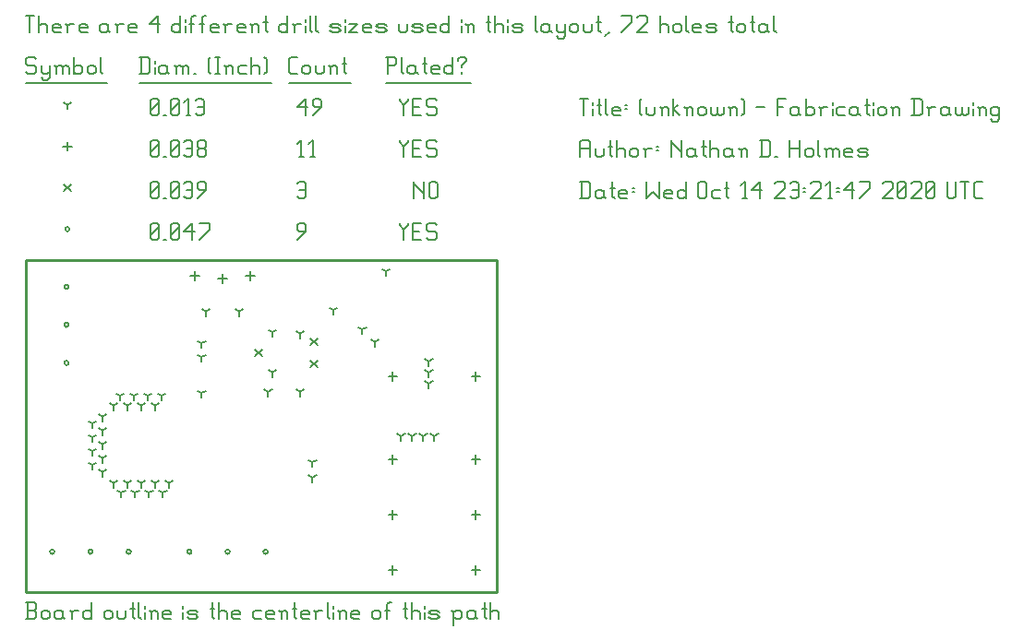
<source format=gbr>
G04 start of page 13 for group -3984 idx -3984 *
G04 Title: (unknown), fab *
G04 Creator: pcb 4.0.2 *
G04 CreationDate: Wed Oct 14 23:21:47 2020 UTC *
G04 For: ndholmes *
G04 Format: Gerber/RS-274X *
G04 PCB-Dimensions (mil): 1700.00 1200.00 *
G04 PCB-Coordinate-Origin: lower left *
%MOIN*%
%FSLAX25Y25*%
%LNFAB*%
%ADD59C,0.0100*%
%ADD58C,0.0060*%
%ADD57R,0.0080X0.0080*%
G54D57*X58255Y14673D02*G75*G03X59855Y14673I800J0D01*G01*
G75*G03X58255Y14673I-800J0D01*G01*
X72035D02*G75*G03X73635Y14673I800J0D01*G01*
G75*G03X72035Y14673I-800J0D01*G01*
X85814D02*G75*G03X87414Y14673I800J0D01*G01*
G75*G03X85814Y14673I-800J0D01*G01*
X13873Y110445D02*G75*G03X15473Y110445I800J0D01*G01*
G75*G03X13873Y110445I-800J0D01*G01*
Y96665D02*G75*G03X15473Y96665I800J0D01*G01*
G75*G03X13873Y96665I-800J0D01*G01*
Y82886D02*G75*G03X15473Y82886I800J0D01*G01*
G75*G03X13873Y82886I-800J0D01*G01*
X8755Y14673D02*G75*G03X10355Y14673I800J0D01*G01*
G75*G03X8755Y14673I-800J0D01*G01*
X22535D02*G75*G03X24135Y14673I800J0D01*G01*
G75*G03X22535Y14673I-800J0D01*G01*
X36314D02*G75*G03X37914Y14673I800J0D01*G01*
G75*G03X36314Y14673I-800J0D01*G01*
X14200Y131250D02*G75*G03X15800Y131250I800J0D01*G01*
G75*G03X14200Y131250I-800J0D01*G01*
G54D58*X135000Y133500D02*Y132750D01*
X136500Y131250D01*
X138000Y132750D01*
Y133500D02*Y132750D01*
X136500Y131250D02*Y127500D01*
X139800Y130500D02*X142050D01*
X139800Y127500D02*X142800D01*
X139800Y133500D02*Y127500D01*
Y133500D02*X142800D01*
X147600D02*X148350Y132750D01*
X145350Y133500D02*X147600D01*
X144600Y132750D02*X145350Y133500D01*
X144600Y132750D02*Y131250D01*
X145350Y130500D01*
X147600D01*
X148350Y129750D01*
Y128250D01*
X147600Y127500D02*X148350Y128250D01*
X145350Y127500D02*X147600D01*
X144600Y128250D02*X145350Y127500D01*
X98000D02*X101000Y130500D01*
Y132750D02*Y130500D01*
X100250Y133500D02*X101000Y132750D01*
X98750Y133500D02*X100250D01*
X98000Y132750D02*X98750Y133500D01*
X98000Y132750D02*Y131250D01*
X98750Y130500D01*
X101000D01*
X45000Y128250D02*X45750Y127500D01*
X45000Y132750D02*Y128250D01*
Y132750D02*X45750Y133500D01*
X47250D01*
X48000Y132750D01*
Y128250D01*
X47250Y127500D02*X48000Y128250D01*
X45750Y127500D02*X47250D01*
X45000Y129000D02*X48000Y132000D01*
X49800Y127500D02*X50550D01*
X52350Y128250D02*X53100Y127500D01*
X52350Y132750D02*Y128250D01*
Y132750D02*X53100Y133500D01*
X54600D01*
X55350Y132750D01*
Y128250D01*
X54600Y127500D02*X55350Y128250D01*
X53100Y127500D02*X54600D01*
X52350Y129000D02*X55350Y132000D01*
X57150Y130500D02*X60150Y133500D01*
X57150Y130500D02*X60900D01*
X60150Y133500D02*Y127500D01*
X62700D02*X66450Y131250D01*
Y133500D02*Y131250D01*
X62700Y133500D02*X66450D01*
X82800Y87700D02*X85200Y85300D01*
X82800D02*X85200Y87700D01*
X102800Y91700D02*X105200Y89300D01*
X102800D02*X105200Y91700D01*
X102800Y83700D02*X105200Y81300D01*
X102800D02*X105200Y83700D01*
X13800Y147450D02*X16200Y145050D01*
X13800D02*X16200Y147450D01*
X140000Y148500D02*Y142500D01*
Y148500D02*Y147750D01*
X143750Y144000D01*
Y148500D02*Y142500D01*
X145550Y147750D02*Y143250D01*
Y147750D02*X146300Y148500D01*
X147800D01*
X148550Y147750D01*
Y143250D01*
X147800Y142500D02*X148550Y143250D01*
X146300Y142500D02*X147800D01*
X145550Y143250D02*X146300Y142500D01*
X98000Y147750D02*X98750Y148500D01*
X100250D01*
X101000Y147750D01*
Y143250D01*
X100250Y142500D02*X101000Y143250D01*
X98750Y142500D02*X100250D01*
X98000Y143250D02*X98750Y142500D01*
Y145500D02*X101000D01*
X45000Y143250D02*X45750Y142500D01*
X45000Y147750D02*Y143250D01*
Y147750D02*X45750Y148500D01*
X47250D01*
X48000Y147750D01*
Y143250D01*
X47250Y142500D02*X48000Y143250D01*
X45750Y142500D02*X47250D01*
X45000Y144000D02*X48000Y147000D01*
X49800Y142500D02*X50550D01*
X52350Y143250D02*X53100Y142500D01*
X52350Y147750D02*Y143250D01*
Y147750D02*X53100Y148500D01*
X54600D01*
X55350Y147750D01*
Y143250D01*
X54600Y142500D02*X55350Y143250D01*
X53100Y142500D02*X54600D01*
X52350Y144000D02*X55350Y147000D01*
X57150Y147750D02*X57900Y148500D01*
X59400D01*
X60150Y147750D01*
Y143250D01*
X59400Y142500D02*X60150Y143250D01*
X57900Y142500D02*X59400D01*
X57150Y143250D02*X57900Y142500D01*
Y145500D02*X60150D01*
X61950Y142500D02*X64950Y145500D01*
Y147750D02*Y145500D01*
X64200Y148500D02*X64950Y147750D01*
X62700Y148500D02*X64200D01*
X61950Y147750D02*X62700Y148500D01*
X61950Y147750D02*Y146250D01*
X62700Y145500D01*
X64950D01*
X81000Y116100D02*Y112900D01*
X79400Y114500D02*X82600D01*
X71000Y115100D02*Y111900D01*
X69400Y113500D02*X72600D01*
X61000Y116100D02*Y112900D01*
X59400Y114500D02*X62600D01*
X132500Y79600D02*Y76400D01*
X130900Y78000D02*X134100D01*
X132500Y49600D02*Y46400D01*
X130900Y48000D02*X134100D01*
X132500Y29600D02*Y26400D01*
X130900Y28000D02*X134100D01*
X132500Y9600D02*Y6400D01*
X130900Y8000D02*X134100D01*
X162500Y9600D02*Y6400D01*
X160900Y8000D02*X164100D01*
X162500Y29600D02*Y26400D01*
X160900Y28000D02*X164100D01*
X162500Y49600D02*Y46400D01*
X160900Y48000D02*X164100D01*
X162500Y79600D02*Y76400D01*
X160900Y78000D02*X164100D01*
X15000Y162850D02*Y159650D01*
X13400Y161250D02*X16600D01*
X135000Y163500D02*Y162750D01*
X136500Y161250D01*
X138000Y162750D01*
Y163500D02*Y162750D01*
X136500Y161250D02*Y157500D01*
X139800Y160500D02*X142050D01*
X139800Y157500D02*X142800D01*
X139800Y163500D02*Y157500D01*
Y163500D02*X142800D01*
X147600D02*X148350Y162750D01*
X145350Y163500D02*X147600D01*
X144600Y162750D02*X145350Y163500D01*
X144600Y162750D02*Y161250D01*
X145350Y160500D01*
X147600D01*
X148350Y159750D01*
Y158250D01*
X147600Y157500D02*X148350Y158250D01*
X145350Y157500D02*X147600D01*
X144600Y158250D02*X145350Y157500D01*
X98750D02*X100250D01*
X99500Y163500D02*Y157500D01*
X98000Y162000D02*X99500Y163500D01*
X102800Y157500D02*X104300D01*
X103550Y163500D02*Y157500D01*
X102050Y162000D02*X103550Y163500D01*
X45000Y158250D02*X45750Y157500D01*
X45000Y162750D02*Y158250D01*
Y162750D02*X45750Y163500D01*
X47250D01*
X48000Y162750D01*
Y158250D01*
X47250Y157500D02*X48000Y158250D01*
X45750Y157500D02*X47250D01*
X45000Y159000D02*X48000Y162000D01*
X49800Y157500D02*X50550D01*
X52350Y158250D02*X53100Y157500D01*
X52350Y162750D02*Y158250D01*
Y162750D02*X53100Y163500D01*
X54600D01*
X55350Y162750D01*
Y158250D01*
X54600Y157500D02*X55350Y158250D01*
X53100Y157500D02*X54600D01*
X52350Y159000D02*X55350Y162000D01*
X57150Y162750D02*X57900Y163500D01*
X59400D01*
X60150Y162750D01*
Y158250D01*
X59400Y157500D02*X60150Y158250D01*
X57900Y157500D02*X59400D01*
X57150Y158250D02*X57900Y157500D01*
Y160500D02*X60150D01*
X61950Y158250D02*X62700Y157500D01*
X61950Y159750D02*Y158250D01*
Y159750D02*X62700Y160500D01*
X64200D01*
X64950Y159750D01*
Y158250D01*
X64200Y157500D02*X64950Y158250D01*
X62700Y157500D02*X64200D01*
X61950Y161250D02*X62700Y160500D01*
X61950Y162750D02*Y161250D01*
Y162750D02*X62700Y163500D01*
X64200D01*
X64950Y162750D01*
Y161250D01*
X64200Y160500D02*X64950Y161250D01*
X135500Y56500D02*Y54900D01*
Y56500D02*X136887Y57300D01*
X135500Y56500D02*X134113Y57300D01*
X139500Y56500D02*Y54900D01*
Y56500D02*X140887Y57300D01*
X139500Y56500D02*X138113Y57300D01*
X143500Y56500D02*Y54900D01*
Y56500D02*X144887Y57300D01*
X143500Y56500D02*X142113Y57300D01*
X147500Y56500D02*Y54900D01*
Y56500D02*X148887Y57300D01*
X147500Y56500D02*X146113Y57300D01*
X145500Y83500D02*Y81900D01*
Y83500D02*X146887Y84300D01*
X145500Y83500D02*X144113Y84300D01*
X145500Y79500D02*Y77900D01*
Y79500D02*X146887Y80300D01*
X145500Y79500D02*X144113Y80300D01*
X145500Y75500D02*Y73900D01*
Y75500D02*X146887Y76300D01*
X145500Y75500D02*X144113Y76300D01*
X31700Y67500D02*Y65900D01*
Y67500D02*X33087Y68300D01*
X31700Y67500D02*X30313Y68300D01*
X36700Y67500D02*Y65900D01*
Y67500D02*X38087Y68300D01*
X36700Y67500D02*X35313Y68300D01*
X41700Y67500D02*Y65900D01*
Y67500D02*X43087Y68300D01*
X41700Y67500D02*X40313Y68300D01*
X46700Y67500D02*Y65900D01*
Y67500D02*X48087Y68300D01*
X46700Y67500D02*X45313Y68300D01*
X31700Y39500D02*Y37900D01*
Y39500D02*X33087Y40300D01*
X31700Y39500D02*X30313Y40300D01*
X36700Y39500D02*Y37900D01*
Y39500D02*X38087Y40300D01*
X36700Y39500D02*X35313Y40300D01*
X41700Y39500D02*Y37900D01*
Y39500D02*X43087Y40300D01*
X41700Y39500D02*X40313Y40300D01*
X46700Y39500D02*Y37900D01*
Y39500D02*X48087Y40300D01*
X46700Y39500D02*X45313Y40300D01*
X51700Y39500D02*Y37900D01*
Y39500D02*X53087Y40300D01*
X51700Y39500D02*X50313Y40300D01*
X27700Y63500D02*Y61900D01*
Y63500D02*X29087Y64300D01*
X27700Y63500D02*X26313Y64300D01*
X27700Y58500D02*Y56900D01*
Y58500D02*X29087Y59300D01*
X27700Y58500D02*X26313Y59300D01*
X27700Y53500D02*Y51900D01*
Y53500D02*X29087Y54300D01*
X27700Y53500D02*X26313Y54300D01*
X27700Y48500D02*Y46900D01*
Y48500D02*X29087Y49300D01*
X27700Y48500D02*X26313Y49300D01*
X27700Y43500D02*Y41900D01*
Y43500D02*X29087Y44300D01*
X27700Y43500D02*X26313Y44300D01*
X63500Y85000D02*Y83400D01*
Y85000D02*X64887Y85800D01*
X63500Y85000D02*X62113Y85800D01*
X63500Y72000D02*Y70400D01*
Y72000D02*X64887Y72800D01*
X63500Y72000D02*X62113Y72800D01*
X63500Y90000D02*Y88400D01*
Y90000D02*X64887Y90800D01*
X63500Y90000D02*X62113Y90800D01*
X99000Y93500D02*Y91900D01*
Y93500D02*X100387Y94300D01*
X99000Y93500D02*X97613Y94300D01*
X111000Y102000D02*Y100400D01*
Y102000D02*X112387Y102800D01*
X111000Y102000D02*X109613Y102800D01*
X130000Y116000D02*Y114400D01*
Y116000D02*X131387Y116800D01*
X130000Y116000D02*X128613Y116800D01*
X65000Y101500D02*Y99900D01*
Y101500D02*X66387Y102300D01*
X65000Y101500D02*X63613Y102300D01*
X77000Y101500D02*Y99900D01*
Y101500D02*X78387Y102300D01*
X77000Y101500D02*X75613Y102300D01*
X121500Y95000D02*Y93400D01*
Y95000D02*X122887Y95800D01*
X121500Y95000D02*X120113Y95800D01*
X24000Y61000D02*Y59400D01*
Y61000D02*X25387Y61800D01*
X24000Y61000D02*X22613Y61800D01*
X24000Y56000D02*Y54400D01*
Y56000D02*X25387Y56800D01*
X24000Y56000D02*X22613Y56800D01*
X24000Y51000D02*Y49400D01*
Y51000D02*X25387Y51800D01*
X24000Y51000D02*X22613Y51800D01*
X24000Y46000D02*Y44400D01*
Y46000D02*X25387Y46800D01*
X24000Y46000D02*X22613Y46800D01*
X34000Y71000D02*Y69400D01*
Y71000D02*X35387Y71800D01*
X34000Y71000D02*X32613Y71800D01*
X39000Y71000D02*Y69400D01*
Y71000D02*X40387Y71800D01*
X39000Y71000D02*X37613Y71800D01*
X44000Y71000D02*Y69400D01*
Y71000D02*X45387Y71800D01*
X44000Y71000D02*X42613Y71800D01*
X49000Y71000D02*Y69400D01*
Y71000D02*X50387Y71800D01*
X49000Y71000D02*X47613Y71800D01*
X34500Y36000D02*Y34400D01*
Y36000D02*X35887Y36800D01*
X34500Y36000D02*X33113Y36800D01*
X39500Y36000D02*Y34400D01*
Y36000D02*X40887Y36800D01*
X39500Y36000D02*X38113Y36800D01*
X44500Y36000D02*Y34400D01*
Y36000D02*X45887Y36800D01*
X44500Y36000D02*X43113Y36800D01*
X49500Y36000D02*Y34400D01*
Y36000D02*X50887Y36800D01*
X49500Y36000D02*X48113Y36800D01*
X126000Y90500D02*Y88900D01*
Y90500D02*X127387Y91300D01*
X126000Y90500D02*X124613Y91300D01*
X103500Y47000D02*Y45400D01*
Y47000D02*X104887Y47800D01*
X103500Y47000D02*X102113Y47800D01*
X103500Y41500D02*Y39900D01*
Y41500D02*X104887Y42300D01*
X103500Y41500D02*X102113Y42300D01*
X87500Y72500D02*Y70900D01*
Y72500D02*X88887Y73300D01*
X87500Y72500D02*X86113Y73300D01*
X99000Y72500D02*Y70900D01*
Y72500D02*X100387Y73300D01*
X99000Y72500D02*X97613Y73300D01*
X89000Y94000D02*Y92400D01*
Y94000D02*X90387Y94800D01*
X89000Y94000D02*X87613Y94800D01*
X89000Y79500D02*Y77900D01*
Y79500D02*X90387Y80300D01*
X89000Y79500D02*X87613Y80300D01*
X15000Y176250D02*Y174650D01*
Y176250D02*X16387Y177050D01*
X15000Y176250D02*X13613Y177050D01*
X135000Y178500D02*Y177750D01*
X136500Y176250D01*
X138000Y177750D01*
Y178500D02*Y177750D01*
X136500Y176250D02*Y172500D01*
X139800Y175500D02*X142050D01*
X139800Y172500D02*X142800D01*
X139800Y178500D02*Y172500D01*
Y178500D02*X142800D01*
X147600D02*X148350Y177750D01*
X145350Y178500D02*X147600D01*
X144600Y177750D02*X145350Y178500D01*
X144600Y177750D02*Y176250D01*
X145350Y175500D01*
X147600D01*
X148350Y174750D01*
Y173250D01*
X147600Y172500D02*X148350Y173250D01*
X145350Y172500D02*X147600D01*
X144600Y173250D02*X145350Y172500D01*
X98000Y175500D02*X101000Y178500D01*
X98000Y175500D02*X101750D01*
X101000Y178500D02*Y172500D01*
X103550D02*X106550Y175500D01*
Y177750D02*Y175500D01*
X105800Y178500D02*X106550Y177750D01*
X104300Y178500D02*X105800D01*
X103550Y177750D02*X104300Y178500D01*
X103550Y177750D02*Y176250D01*
X104300Y175500D01*
X106550D01*
X45000Y173250D02*X45750Y172500D01*
X45000Y177750D02*Y173250D01*
Y177750D02*X45750Y178500D01*
X47250D01*
X48000Y177750D01*
Y173250D01*
X47250Y172500D02*X48000Y173250D01*
X45750Y172500D02*X47250D01*
X45000Y174000D02*X48000Y177000D01*
X49800Y172500D02*X50550D01*
X52350Y173250D02*X53100Y172500D01*
X52350Y177750D02*Y173250D01*
Y177750D02*X53100Y178500D01*
X54600D01*
X55350Y177750D01*
Y173250D01*
X54600Y172500D02*X55350Y173250D01*
X53100Y172500D02*X54600D01*
X52350Y174000D02*X55350Y177000D01*
X57900Y172500D02*X59400D01*
X58650Y178500D02*Y172500D01*
X57150Y177000D02*X58650Y178500D01*
X61200Y177750D02*X61950Y178500D01*
X63450D01*
X64200Y177750D01*
Y173250D01*
X63450Y172500D02*X64200Y173250D01*
X61950Y172500D02*X63450D01*
X61200Y173250D02*X61950Y172500D01*
Y175500D02*X64200D01*
X3000Y193500D02*X3750Y192750D01*
X750Y193500D02*X3000D01*
X0Y192750D02*X750Y193500D01*
X0Y192750D02*Y191250D01*
X750Y190500D01*
X3000D01*
X3750Y189750D01*
Y188250D01*
X3000Y187500D02*X3750Y188250D01*
X750Y187500D02*X3000D01*
X0Y188250D02*X750Y187500D01*
X5550Y190500D02*Y188250D01*
X6300Y187500D01*
X8550Y190500D02*Y186000D01*
X7800Y185250D02*X8550Y186000D01*
X6300Y185250D02*X7800D01*
X5550Y186000D02*X6300Y185250D01*
Y187500D02*X7800D01*
X8550Y188250D01*
X11100Y189750D02*Y187500D01*
Y189750D02*X11850Y190500D01*
X12600D01*
X13350Y189750D01*
Y187500D01*
Y189750D02*X14100Y190500D01*
X14850D01*
X15600Y189750D01*
Y187500D01*
X10350Y190500D02*X11100Y189750D01*
X17400Y193500D02*Y187500D01*
Y188250D02*X18150Y187500D01*
X19650D01*
X20400Y188250D01*
Y189750D02*Y188250D01*
X19650Y190500D02*X20400Y189750D01*
X18150Y190500D02*X19650D01*
X17400Y189750D02*X18150Y190500D01*
X22200Y189750D02*Y188250D01*
Y189750D02*X22950Y190500D01*
X24450D01*
X25200Y189750D01*
Y188250D01*
X24450Y187500D02*X25200Y188250D01*
X22950Y187500D02*X24450D01*
X22200Y188250D02*X22950Y187500D01*
X27000Y193500D02*Y188250D01*
X27750Y187500D01*
X0Y184250D02*X29250D01*
X41750Y193500D02*Y187500D01*
X44000Y193500D02*X44750Y192750D01*
Y188250D01*
X44000Y187500D02*X44750Y188250D01*
X41000Y187500D02*X44000D01*
X41000Y193500D02*X44000D01*
X46550Y192000D02*Y191250D01*
Y189750D02*Y187500D01*
X50300Y190500D02*X51050Y189750D01*
X48800Y190500D02*X50300D01*
X48050Y189750D02*X48800Y190500D01*
X48050Y189750D02*Y188250D01*
X48800Y187500D01*
X51050Y190500D02*Y188250D01*
X51800Y187500D01*
X48800D02*X50300D01*
X51050Y188250D01*
X54350Y189750D02*Y187500D01*
Y189750D02*X55100Y190500D01*
X55850D01*
X56600Y189750D01*
Y187500D01*
Y189750D02*X57350Y190500D01*
X58100D01*
X58850Y189750D01*
Y187500D01*
X53600Y190500D02*X54350Y189750D01*
X60650Y187500D02*X61400D01*
X65900Y188250D02*X66650Y187500D01*
X65900Y192750D02*X66650Y193500D01*
X65900Y192750D02*Y188250D01*
X68450Y193500D02*X69950D01*
X69200D02*Y187500D01*
X68450D02*X69950D01*
X72500Y189750D02*Y187500D01*
Y189750D02*X73250Y190500D01*
X74000D01*
X74750Y189750D01*
Y187500D01*
X71750Y190500D02*X72500Y189750D01*
X77300Y190500D02*X79550D01*
X76550Y189750D02*X77300Y190500D01*
X76550Y189750D02*Y188250D01*
X77300Y187500D01*
X79550D01*
X81350Y193500D02*Y187500D01*
Y189750D02*X82100Y190500D01*
X83600D01*
X84350Y189750D01*
Y187500D01*
X86150Y193500D02*X86900Y192750D01*
Y188250D01*
X86150Y187500D02*X86900Y188250D01*
X41000Y184250D02*X88700D01*
X95750Y187500D02*X98000D01*
X95000Y188250D02*X95750Y187500D01*
X95000Y192750D02*Y188250D01*
Y192750D02*X95750Y193500D01*
X98000D01*
X99800Y189750D02*Y188250D01*
Y189750D02*X100550Y190500D01*
X102050D01*
X102800Y189750D01*
Y188250D01*
X102050Y187500D02*X102800Y188250D01*
X100550Y187500D02*X102050D01*
X99800Y188250D02*X100550Y187500D01*
X104600Y190500D02*Y188250D01*
X105350Y187500D01*
X106850D01*
X107600Y188250D01*
Y190500D02*Y188250D01*
X110150Y189750D02*Y187500D01*
Y189750D02*X110900Y190500D01*
X111650D01*
X112400Y189750D01*
Y187500D01*
X109400Y190500D02*X110150Y189750D01*
X114950Y193500D02*Y188250D01*
X115700Y187500D01*
X114200Y191250D02*X115700D01*
X95000Y184250D02*X117200D01*
X130750Y193500D02*Y187500D01*
X130000Y193500D02*X133000D01*
X133750Y192750D01*
Y191250D01*
X133000Y190500D02*X133750Y191250D01*
X130750Y190500D02*X133000D01*
X135550Y193500D02*Y188250D01*
X136300Y187500D01*
X140050Y190500D02*X140800Y189750D01*
X138550Y190500D02*X140050D01*
X137800Y189750D02*X138550Y190500D01*
X137800Y189750D02*Y188250D01*
X138550Y187500D01*
X140800Y190500D02*Y188250D01*
X141550Y187500D01*
X138550D02*X140050D01*
X140800Y188250D01*
X144100Y193500D02*Y188250D01*
X144850Y187500D01*
X143350Y191250D02*X144850D01*
X147100Y187500D02*X149350D01*
X146350Y188250D02*X147100Y187500D01*
X146350Y189750D02*Y188250D01*
Y189750D02*X147100Y190500D01*
X148600D01*
X149350Y189750D01*
X146350Y189000D02*X149350D01*
Y189750D02*Y189000D01*
X154150Y193500D02*Y187500D01*
X153400D02*X154150Y188250D01*
X151900Y187500D02*X153400D01*
X151150Y188250D02*X151900Y187500D01*
X151150Y189750D02*Y188250D01*
Y189750D02*X151900Y190500D01*
X153400D01*
X154150Y189750D01*
X157450Y190500D02*Y189750D01*
Y188250D02*Y187500D01*
X155950Y192750D02*Y192000D01*
Y192750D02*X156700Y193500D01*
X158200D01*
X158950Y192750D01*
Y192000D01*
X157450Y190500D02*X158950Y192000D01*
X130000Y184250D02*X160750D01*
X0Y208500D02*X3000D01*
X1500D02*Y202500D01*
X4800Y208500D02*Y202500D01*
Y204750D02*X5550Y205500D01*
X7050D01*
X7800Y204750D01*
Y202500D01*
X10350D02*X12600D01*
X9600Y203250D02*X10350Y202500D01*
X9600Y204750D02*Y203250D01*
Y204750D02*X10350Y205500D01*
X11850D01*
X12600Y204750D01*
X9600Y204000D02*X12600D01*
Y204750D02*Y204000D01*
X15150Y204750D02*Y202500D01*
Y204750D02*X15900Y205500D01*
X17400D01*
X14400D02*X15150Y204750D01*
X19950Y202500D02*X22200D01*
X19200Y203250D02*X19950Y202500D01*
X19200Y204750D02*Y203250D01*
Y204750D02*X19950Y205500D01*
X21450D01*
X22200Y204750D01*
X19200Y204000D02*X22200D01*
Y204750D02*Y204000D01*
X28950Y205500D02*X29700Y204750D01*
X27450Y205500D02*X28950D01*
X26700Y204750D02*X27450Y205500D01*
X26700Y204750D02*Y203250D01*
X27450Y202500D01*
X29700Y205500D02*Y203250D01*
X30450Y202500D01*
X27450D02*X28950D01*
X29700Y203250D01*
X33000Y204750D02*Y202500D01*
Y204750D02*X33750Y205500D01*
X35250D01*
X32250D02*X33000Y204750D01*
X37800Y202500D02*X40050D01*
X37050Y203250D02*X37800Y202500D01*
X37050Y204750D02*Y203250D01*
Y204750D02*X37800Y205500D01*
X39300D01*
X40050Y204750D01*
X37050Y204000D02*X40050D01*
Y204750D02*Y204000D01*
X44550Y205500D02*X47550Y208500D01*
X44550Y205500D02*X48300D01*
X47550Y208500D02*Y202500D01*
X55800Y208500D02*Y202500D01*
X55050D02*X55800Y203250D01*
X53550Y202500D02*X55050D01*
X52800Y203250D02*X53550Y202500D01*
X52800Y204750D02*Y203250D01*
Y204750D02*X53550Y205500D01*
X55050D01*
X55800Y204750D01*
X57600Y207000D02*Y206250D01*
Y204750D02*Y202500D01*
X59850Y207750D02*Y202500D01*
Y207750D02*X60600Y208500D01*
X61350D01*
X59100Y205500D02*X60600D01*
X63600Y207750D02*Y202500D01*
Y207750D02*X64350Y208500D01*
X65100D01*
X62850Y205500D02*X64350D01*
X67350Y202500D02*X69600D01*
X66600Y203250D02*X67350Y202500D01*
X66600Y204750D02*Y203250D01*
Y204750D02*X67350Y205500D01*
X68850D01*
X69600Y204750D01*
X66600Y204000D02*X69600D01*
Y204750D02*Y204000D01*
X72150Y204750D02*Y202500D01*
Y204750D02*X72900Y205500D01*
X74400D01*
X71400D02*X72150Y204750D01*
X76950Y202500D02*X79200D01*
X76200Y203250D02*X76950Y202500D01*
X76200Y204750D02*Y203250D01*
Y204750D02*X76950Y205500D01*
X78450D01*
X79200Y204750D01*
X76200Y204000D02*X79200D01*
Y204750D02*Y204000D01*
X81750Y204750D02*Y202500D01*
Y204750D02*X82500Y205500D01*
X83250D01*
X84000Y204750D01*
Y202500D01*
X81000Y205500D02*X81750Y204750D01*
X86550Y208500D02*Y203250D01*
X87300Y202500D01*
X85800Y206250D02*X87300D01*
X94500Y208500D02*Y202500D01*
X93750D02*X94500Y203250D01*
X92250Y202500D02*X93750D01*
X91500Y203250D02*X92250Y202500D01*
X91500Y204750D02*Y203250D01*
Y204750D02*X92250Y205500D01*
X93750D01*
X94500Y204750D01*
X97050D02*Y202500D01*
Y204750D02*X97800Y205500D01*
X99300D01*
X96300D02*X97050Y204750D01*
X101100Y207000D02*Y206250D01*
Y204750D02*Y202500D01*
X102600Y208500D02*Y203250D01*
X103350Y202500D01*
X104850Y208500D02*Y203250D01*
X105600Y202500D01*
X110550D02*X112800D01*
X113550Y203250D01*
X112800Y204000D02*X113550Y203250D01*
X110550Y204000D02*X112800D01*
X109800Y204750D02*X110550Y204000D01*
X109800Y204750D02*X110550Y205500D01*
X112800D01*
X113550Y204750D01*
X109800Y203250D02*X110550Y202500D01*
X115350Y207000D02*Y206250D01*
Y204750D02*Y202500D01*
X116850Y205500D02*X119850D01*
X116850Y202500D02*X119850Y205500D01*
X116850Y202500D02*X119850D01*
X122400D02*X124650D01*
X121650Y203250D02*X122400Y202500D01*
X121650Y204750D02*Y203250D01*
Y204750D02*X122400Y205500D01*
X123900D01*
X124650Y204750D01*
X121650Y204000D02*X124650D01*
Y204750D02*Y204000D01*
X127200Y202500D02*X129450D01*
X130200Y203250D01*
X129450Y204000D02*X130200Y203250D01*
X127200Y204000D02*X129450D01*
X126450Y204750D02*X127200Y204000D01*
X126450Y204750D02*X127200Y205500D01*
X129450D01*
X130200Y204750D01*
X126450Y203250D02*X127200Y202500D01*
X134700Y205500D02*Y203250D01*
X135450Y202500D01*
X136950D01*
X137700Y203250D01*
Y205500D02*Y203250D01*
X140250Y202500D02*X142500D01*
X143250Y203250D01*
X142500Y204000D02*X143250Y203250D01*
X140250Y204000D02*X142500D01*
X139500Y204750D02*X140250Y204000D01*
X139500Y204750D02*X140250Y205500D01*
X142500D01*
X143250Y204750D01*
X139500Y203250D02*X140250Y202500D01*
X145800D02*X148050D01*
X145050Y203250D02*X145800Y202500D01*
X145050Y204750D02*Y203250D01*
Y204750D02*X145800Y205500D01*
X147300D01*
X148050Y204750D01*
X145050Y204000D02*X148050D01*
Y204750D02*Y204000D01*
X152850Y208500D02*Y202500D01*
X152100D02*X152850Y203250D01*
X150600Y202500D02*X152100D01*
X149850Y203250D02*X150600Y202500D01*
X149850Y204750D02*Y203250D01*
Y204750D02*X150600Y205500D01*
X152100D01*
X152850Y204750D01*
X157350Y207000D02*Y206250D01*
Y204750D02*Y202500D01*
X159600Y204750D02*Y202500D01*
Y204750D02*X160350Y205500D01*
X161100D01*
X161850Y204750D01*
Y202500D01*
X158850Y205500D02*X159600Y204750D01*
X167100Y208500D02*Y203250D01*
X167850Y202500D01*
X166350Y206250D02*X167850D01*
X169350Y208500D02*Y202500D01*
Y204750D02*X170100Y205500D01*
X171600D01*
X172350Y204750D01*
Y202500D01*
X174150Y207000D02*Y206250D01*
Y204750D02*Y202500D01*
X176400D02*X178650D01*
X179400Y203250D01*
X178650Y204000D02*X179400Y203250D01*
X176400Y204000D02*X178650D01*
X175650Y204750D02*X176400Y204000D01*
X175650Y204750D02*X176400Y205500D01*
X178650D01*
X179400Y204750D01*
X175650Y203250D02*X176400Y202500D01*
X183900Y208500D02*Y203250D01*
X184650Y202500D01*
X188400Y205500D02*X189150Y204750D01*
X186900Y205500D02*X188400D01*
X186150Y204750D02*X186900Y205500D01*
X186150Y204750D02*Y203250D01*
X186900Y202500D01*
X189150Y205500D02*Y203250D01*
X189900Y202500D01*
X186900D02*X188400D01*
X189150Y203250D01*
X191700Y205500D02*Y203250D01*
X192450Y202500D01*
X194700Y205500D02*Y201000D01*
X193950Y200250D02*X194700Y201000D01*
X192450Y200250D02*X193950D01*
X191700Y201000D02*X192450Y200250D01*
Y202500D02*X193950D01*
X194700Y203250D01*
X196500Y204750D02*Y203250D01*
Y204750D02*X197250Y205500D01*
X198750D01*
X199500Y204750D01*
Y203250D01*
X198750Y202500D02*X199500Y203250D01*
X197250Y202500D02*X198750D01*
X196500Y203250D02*X197250Y202500D01*
X201300Y205500D02*Y203250D01*
X202050Y202500D01*
X203550D01*
X204300Y203250D01*
Y205500D02*Y203250D01*
X206850Y208500D02*Y203250D01*
X207600Y202500D01*
X206100Y206250D02*X207600D01*
X209100Y201000D02*X210600Y202500D01*
X215100D02*X218850Y206250D01*
Y208500D02*Y206250D01*
X215100Y208500D02*X218850D01*
X220650Y207750D02*X221400Y208500D01*
X223650D01*
X224400Y207750D01*
Y206250D01*
X220650Y202500D02*X224400Y206250D01*
X220650Y202500D02*X224400D01*
X228900Y208500D02*Y202500D01*
Y204750D02*X229650Y205500D01*
X231150D01*
X231900Y204750D01*
Y202500D01*
X233700Y204750D02*Y203250D01*
Y204750D02*X234450Y205500D01*
X235950D01*
X236700Y204750D01*
Y203250D01*
X235950Y202500D02*X236700Y203250D01*
X234450Y202500D02*X235950D01*
X233700Y203250D02*X234450Y202500D01*
X238500Y208500D02*Y203250D01*
X239250Y202500D01*
X241500D02*X243750D01*
X240750Y203250D02*X241500Y202500D01*
X240750Y204750D02*Y203250D01*
Y204750D02*X241500Y205500D01*
X243000D01*
X243750Y204750D01*
X240750Y204000D02*X243750D01*
Y204750D02*Y204000D01*
X246300Y202500D02*X248550D01*
X249300Y203250D01*
X248550Y204000D02*X249300Y203250D01*
X246300Y204000D02*X248550D01*
X245550Y204750D02*X246300Y204000D01*
X245550Y204750D02*X246300Y205500D01*
X248550D01*
X249300Y204750D01*
X245550Y203250D02*X246300Y202500D01*
X254550Y208500D02*Y203250D01*
X255300Y202500D01*
X253800Y206250D02*X255300D01*
X256800Y204750D02*Y203250D01*
Y204750D02*X257550Y205500D01*
X259050D01*
X259800Y204750D01*
Y203250D01*
X259050Y202500D02*X259800Y203250D01*
X257550Y202500D02*X259050D01*
X256800Y203250D02*X257550Y202500D01*
X262350Y208500D02*Y203250D01*
X263100Y202500D01*
X261600Y206250D02*X263100D01*
X266850Y205500D02*X267600Y204750D01*
X265350Y205500D02*X266850D01*
X264600Y204750D02*X265350Y205500D01*
X264600Y204750D02*Y203250D01*
X265350Y202500D01*
X267600Y205500D02*Y203250D01*
X268350Y202500D01*
X265350D02*X266850D01*
X267600Y203250D01*
X270150Y208500D02*Y203250D01*
X270900Y202500D01*
G54D59*X0Y120000D02*X170000D01*
Y0D01*
X0D01*
Y120000D01*
G54D58*Y-9500D02*X3000D01*
X3750Y-8750D01*
Y-7250D02*Y-8750D01*
X3000Y-6500D02*X3750Y-7250D01*
X750Y-6500D02*X3000D01*
X750Y-3500D02*Y-9500D01*
X0Y-3500D02*X3000D01*
X3750Y-4250D01*
Y-5750D01*
X3000Y-6500D02*X3750Y-5750D01*
X5550Y-7250D02*Y-8750D01*
Y-7250D02*X6300Y-6500D01*
X7800D01*
X8550Y-7250D01*
Y-8750D01*
X7800Y-9500D02*X8550Y-8750D01*
X6300Y-9500D02*X7800D01*
X5550Y-8750D02*X6300Y-9500D01*
X12600Y-6500D02*X13350Y-7250D01*
X11100Y-6500D02*X12600D01*
X10350Y-7250D02*X11100Y-6500D01*
X10350Y-7250D02*Y-8750D01*
X11100Y-9500D01*
X13350Y-6500D02*Y-8750D01*
X14100Y-9500D01*
X11100D02*X12600D01*
X13350Y-8750D01*
X16650Y-7250D02*Y-9500D01*
Y-7250D02*X17400Y-6500D01*
X18900D01*
X15900D02*X16650Y-7250D01*
X23700Y-3500D02*Y-9500D01*
X22950D02*X23700Y-8750D01*
X21450Y-9500D02*X22950D01*
X20700Y-8750D02*X21450Y-9500D01*
X20700Y-7250D02*Y-8750D01*
Y-7250D02*X21450Y-6500D01*
X22950D01*
X23700Y-7250D01*
X28200D02*Y-8750D01*
Y-7250D02*X28950Y-6500D01*
X30450D01*
X31200Y-7250D01*
Y-8750D01*
X30450Y-9500D02*X31200Y-8750D01*
X28950Y-9500D02*X30450D01*
X28200Y-8750D02*X28950Y-9500D01*
X33000Y-6500D02*Y-8750D01*
X33750Y-9500D01*
X35250D01*
X36000Y-8750D01*
Y-6500D02*Y-8750D01*
X38550Y-3500D02*Y-8750D01*
X39300Y-9500D01*
X37800Y-5750D02*X39300D01*
X40800Y-3500D02*Y-8750D01*
X41550Y-9500D01*
X43050Y-5000D02*Y-5750D01*
Y-7250D02*Y-9500D01*
X45300Y-7250D02*Y-9500D01*
Y-7250D02*X46050Y-6500D01*
X46800D01*
X47550Y-7250D01*
Y-9500D01*
X44550Y-6500D02*X45300Y-7250D01*
X50100Y-9500D02*X52350D01*
X49350Y-8750D02*X50100Y-9500D01*
X49350Y-7250D02*Y-8750D01*
Y-7250D02*X50100Y-6500D01*
X51600D01*
X52350Y-7250D01*
X49350Y-8000D02*X52350D01*
Y-7250D02*Y-8000D01*
X56850Y-5000D02*Y-5750D01*
Y-7250D02*Y-9500D01*
X59100D02*X61350D01*
X62100Y-8750D01*
X61350Y-8000D02*X62100Y-8750D01*
X59100Y-8000D02*X61350D01*
X58350Y-7250D02*X59100Y-8000D01*
X58350Y-7250D02*X59100Y-6500D01*
X61350D01*
X62100Y-7250D01*
X58350Y-8750D02*X59100Y-9500D01*
X67350Y-3500D02*Y-8750D01*
X68100Y-9500D01*
X66600Y-5750D02*X68100D01*
X69600Y-3500D02*Y-9500D01*
Y-7250D02*X70350Y-6500D01*
X71850D01*
X72600Y-7250D01*
Y-9500D01*
X75150D02*X77400D01*
X74400Y-8750D02*X75150Y-9500D01*
X74400Y-7250D02*Y-8750D01*
Y-7250D02*X75150Y-6500D01*
X76650D01*
X77400Y-7250D01*
X74400Y-8000D02*X77400D01*
Y-7250D02*Y-8000D01*
X82650Y-6500D02*X84900D01*
X81900Y-7250D02*X82650Y-6500D01*
X81900Y-7250D02*Y-8750D01*
X82650Y-9500D01*
X84900D01*
X87450D02*X89700D01*
X86700Y-8750D02*X87450Y-9500D01*
X86700Y-7250D02*Y-8750D01*
Y-7250D02*X87450Y-6500D01*
X88950D01*
X89700Y-7250D01*
X86700Y-8000D02*X89700D01*
Y-7250D02*Y-8000D01*
X92250Y-7250D02*Y-9500D01*
Y-7250D02*X93000Y-6500D01*
X93750D01*
X94500Y-7250D01*
Y-9500D01*
X91500Y-6500D02*X92250Y-7250D01*
X97050Y-3500D02*Y-8750D01*
X97800Y-9500D01*
X96300Y-5750D02*X97800D01*
X100050Y-9500D02*X102300D01*
X99300Y-8750D02*X100050Y-9500D01*
X99300Y-7250D02*Y-8750D01*
Y-7250D02*X100050Y-6500D01*
X101550D01*
X102300Y-7250D01*
X99300Y-8000D02*X102300D01*
Y-7250D02*Y-8000D01*
X104850Y-7250D02*Y-9500D01*
Y-7250D02*X105600Y-6500D01*
X107100D01*
X104100D02*X104850Y-7250D01*
X108900Y-3500D02*Y-8750D01*
X109650Y-9500D01*
X111150Y-5000D02*Y-5750D01*
Y-7250D02*Y-9500D01*
X113400Y-7250D02*Y-9500D01*
Y-7250D02*X114150Y-6500D01*
X114900D01*
X115650Y-7250D01*
Y-9500D01*
X112650Y-6500D02*X113400Y-7250D01*
X118200Y-9500D02*X120450D01*
X117450Y-8750D02*X118200Y-9500D01*
X117450Y-7250D02*Y-8750D01*
Y-7250D02*X118200Y-6500D01*
X119700D01*
X120450Y-7250D01*
X117450Y-8000D02*X120450D01*
Y-7250D02*Y-8000D01*
X124950Y-7250D02*Y-8750D01*
Y-7250D02*X125700Y-6500D01*
X127200D01*
X127950Y-7250D01*
Y-8750D01*
X127200Y-9500D02*X127950Y-8750D01*
X125700Y-9500D02*X127200D01*
X124950Y-8750D02*X125700Y-9500D01*
X130500Y-4250D02*Y-9500D01*
Y-4250D02*X131250Y-3500D01*
X132000D01*
X129750Y-6500D02*X131250D01*
X136950Y-3500D02*Y-8750D01*
X137700Y-9500D01*
X136200Y-5750D02*X137700D01*
X139200Y-3500D02*Y-9500D01*
Y-7250D02*X139950Y-6500D01*
X141450D01*
X142200Y-7250D01*
Y-9500D01*
X144000Y-5000D02*Y-5750D01*
Y-7250D02*Y-9500D01*
X146250D02*X148500D01*
X149250Y-8750D01*
X148500Y-8000D02*X149250Y-8750D01*
X146250Y-8000D02*X148500D01*
X145500Y-7250D02*X146250Y-8000D01*
X145500Y-7250D02*X146250Y-6500D01*
X148500D01*
X149250Y-7250D01*
X145500Y-8750D02*X146250Y-9500D01*
X154500Y-7250D02*Y-11750D01*
X153750Y-6500D02*X154500Y-7250D01*
X155250Y-6500D01*
X156750D01*
X157500Y-7250D01*
Y-8750D01*
X156750Y-9500D02*X157500Y-8750D01*
X155250Y-9500D02*X156750D01*
X154500Y-8750D02*X155250Y-9500D01*
X161550Y-6500D02*X162300Y-7250D01*
X160050Y-6500D02*X161550D01*
X159300Y-7250D02*X160050Y-6500D01*
X159300Y-7250D02*Y-8750D01*
X160050Y-9500D01*
X162300Y-6500D02*Y-8750D01*
X163050Y-9500D01*
X160050D02*X161550D01*
X162300Y-8750D01*
X165600Y-3500D02*Y-8750D01*
X166350Y-9500D01*
X164850Y-5750D02*X166350D01*
X167850Y-3500D02*Y-9500D01*
Y-7250D02*X168600Y-6500D01*
X170100D01*
X170850Y-7250D01*
Y-9500D01*
X200750Y148500D02*Y142500D01*
X203000Y148500D02*X203750Y147750D01*
Y143250D01*
X203000Y142500D02*X203750Y143250D01*
X200000Y142500D02*X203000D01*
X200000Y148500D02*X203000D01*
X207800Y145500D02*X208550Y144750D01*
X206300Y145500D02*X207800D01*
X205550Y144750D02*X206300Y145500D01*
X205550Y144750D02*Y143250D01*
X206300Y142500D01*
X208550Y145500D02*Y143250D01*
X209300Y142500D01*
X206300D02*X207800D01*
X208550Y143250D01*
X211850Y148500D02*Y143250D01*
X212600Y142500D01*
X211100Y146250D02*X212600D01*
X214850Y142500D02*X217100D01*
X214100Y143250D02*X214850Y142500D01*
X214100Y144750D02*Y143250D01*
Y144750D02*X214850Y145500D01*
X216350D01*
X217100Y144750D01*
X214100Y144000D02*X217100D01*
Y144750D02*Y144000D01*
X218900Y146250D02*X219650D01*
X218900Y144750D02*X219650D01*
X224150Y148500D02*Y142500D01*
X226400Y144750D01*
X228650Y142500D01*
Y148500D02*Y142500D01*
X231200D02*X233450D01*
X230450Y143250D02*X231200Y142500D01*
X230450Y144750D02*Y143250D01*
Y144750D02*X231200Y145500D01*
X232700D01*
X233450Y144750D01*
X230450Y144000D02*X233450D01*
Y144750D02*Y144000D01*
X238250Y148500D02*Y142500D01*
X237500D02*X238250Y143250D01*
X236000Y142500D02*X237500D01*
X235250Y143250D02*X236000Y142500D01*
X235250Y144750D02*Y143250D01*
Y144750D02*X236000Y145500D01*
X237500D01*
X238250Y144750D01*
X242750Y147750D02*Y143250D01*
Y147750D02*X243500Y148500D01*
X245000D01*
X245750Y147750D01*
Y143250D01*
X245000Y142500D02*X245750Y143250D01*
X243500Y142500D02*X245000D01*
X242750Y143250D02*X243500Y142500D01*
X248300Y145500D02*X250550D01*
X247550Y144750D02*X248300Y145500D01*
X247550Y144750D02*Y143250D01*
X248300Y142500D01*
X250550D01*
X253100Y148500D02*Y143250D01*
X253850Y142500D01*
X252350Y146250D02*X253850D01*
X258800Y142500D02*X260300D01*
X259550Y148500D02*Y142500D01*
X258050Y147000D02*X259550Y148500D01*
X262100Y145500D02*X265100Y148500D01*
X262100Y145500D02*X265850D01*
X265100Y148500D02*Y142500D01*
X270350Y147750D02*X271100Y148500D01*
X273350D01*
X274100Y147750D01*
Y146250D01*
X270350Y142500D02*X274100Y146250D01*
X270350Y142500D02*X274100D01*
X275900Y147750D02*X276650Y148500D01*
X278150D01*
X278900Y147750D01*
Y143250D01*
X278150Y142500D02*X278900Y143250D01*
X276650Y142500D02*X278150D01*
X275900Y143250D02*X276650Y142500D01*
Y145500D02*X278900D01*
X280700Y146250D02*X281450D01*
X280700Y144750D02*X281450D01*
X283250Y147750D02*X284000Y148500D01*
X286250D01*
X287000Y147750D01*
Y146250D01*
X283250Y142500D02*X287000Y146250D01*
X283250Y142500D02*X287000D01*
X289550D02*X291050D01*
X290300Y148500D02*Y142500D01*
X288800Y147000D02*X290300Y148500D01*
X292850Y146250D02*X293600D01*
X292850Y144750D02*X293600D01*
X295400Y145500D02*X298400Y148500D01*
X295400Y145500D02*X299150D01*
X298400Y148500D02*Y142500D01*
X300950D02*X304700Y146250D01*
Y148500D02*Y146250D01*
X300950Y148500D02*X304700D01*
X309200Y147750D02*X309950Y148500D01*
X312200D01*
X312950Y147750D01*
Y146250D01*
X309200Y142500D02*X312950Y146250D01*
X309200Y142500D02*X312950D01*
X314750Y143250D02*X315500Y142500D01*
X314750Y147750D02*Y143250D01*
Y147750D02*X315500Y148500D01*
X317000D01*
X317750Y147750D01*
Y143250D01*
X317000Y142500D02*X317750Y143250D01*
X315500Y142500D02*X317000D01*
X314750Y144000D02*X317750Y147000D01*
X319550Y147750D02*X320300Y148500D01*
X322550D01*
X323300Y147750D01*
Y146250D01*
X319550Y142500D02*X323300Y146250D01*
X319550Y142500D02*X323300D01*
X325100Y143250D02*X325850Y142500D01*
X325100Y147750D02*Y143250D01*
Y147750D02*X325850Y148500D01*
X327350D01*
X328100Y147750D01*
Y143250D01*
X327350Y142500D02*X328100Y143250D01*
X325850Y142500D02*X327350D01*
X325100Y144000D02*X328100Y147000D01*
X332600Y148500D02*Y143250D01*
X333350Y142500D01*
X334850D01*
X335600Y143250D01*
Y148500D02*Y143250D01*
X337400Y148500D02*X340400D01*
X338900D02*Y142500D01*
X342950D02*X345200D01*
X342200Y143250D02*X342950Y142500D01*
X342200Y147750D02*Y143250D01*
Y147750D02*X342950Y148500D01*
X345200D01*
X200000Y162750D02*Y157500D01*
Y162750D02*X200750Y163500D01*
X203000D01*
X203750Y162750D01*
Y157500D01*
X200000Y160500D02*X203750D01*
X205550D02*Y158250D01*
X206300Y157500D01*
X207800D01*
X208550Y158250D01*
Y160500D02*Y158250D01*
X211100Y163500D02*Y158250D01*
X211850Y157500D01*
X210350Y161250D02*X211850D01*
X213350Y163500D02*Y157500D01*
Y159750D02*X214100Y160500D01*
X215600D01*
X216350Y159750D01*
Y157500D01*
X218150Y159750D02*Y158250D01*
Y159750D02*X218900Y160500D01*
X220400D01*
X221150Y159750D01*
Y158250D01*
X220400Y157500D02*X221150Y158250D01*
X218900Y157500D02*X220400D01*
X218150Y158250D02*X218900Y157500D01*
X223700Y159750D02*Y157500D01*
Y159750D02*X224450Y160500D01*
X225950D01*
X222950D02*X223700Y159750D01*
X227750Y161250D02*X228500D01*
X227750Y159750D02*X228500D01*
X233000Y163500D02*Y157500D01*
Y163500D02*Y162750D01*
X236750Y159000D01*
Y163500D02*Y157500D01*
X240800Y160500D02*X241550Y159750D01*
X239300Y160500D02*X240800D01*
X238550Y159750D02*X239300Y160500D01*
X238550Y159750D02*Y158250D01*
X239300Y157500D01*
X241550Y160500D02*Y158250D01*
X242300Y157500D01*
X239300D02*X240800D01*
X241550Y158250D01*
X244850Y163500D02*Y158250D01*
X245600Y157500D01*
X244100Y161250D02*X245600D01*
X247100Y163500D02*Y157500D01*
Y159750D02*X247850Y160500D01*
X249350D01*
X250100Y159750D01*
Y157500D01*
X254150Y160500D02*X254900Y159750D01*
X252650Y160500D02*X254150D01*
X251900Y159750D02*X252650Y160500D01*
X251900Y159750D02*Y158250D01*
X252650Y157500D01*
X254900Y160500D02*Y158250D01*
X255650Y157500D01*
X252650D02*X254150D01*
X254900Y158250D01*
X258200Y159750D02*Y157500D01*
Y159750D02*X258950Y160500D01*
X259700D01*
X260450Y159750D01*
Y157500D01*
X257450Y160500D02*X258200Y159750D01*
X265700Y163500D02*Y157500D01*
X267950Y163500D02*X268700Y162750D01*
Y158250D01*
X267950Y157500D02*X268700Y158250D01*
X264950Y157500D02*X267950D01*
X264950Y163500D02*X267950D01*
X270500Y157500D02*X271250D01*
X275750Y163500D02*Y157500D01*
X279500Y163500D02*Y157500D01*
X275750Y160500D02*X279500D01*
X281300Y159750D02*Y158250D01*
Y159750D02*X282050Y160500D01*
X283550D01*
X284300Y159750D01*
Y158250D01*
X283550Y157500D02*X284300Y158250D01*
X282050Y157500D02*X283550D01*
X281300Y158250D02*X282050Y157500D01*
X286100Y163500D02*Y158250D01*
X286850Y157500D01*
X289100Y159750D02*Y157500D01*
Y159750D02*X289850Y160500D01*
X290600D01*
X291350Y159750D01*
Y157500D01*
Y159750D02*X292100Y160500D01*
X292850D01*
X293600Y159750D01*
Y157500D01*
X288350Y160500D02*X289100Y159750D01*
X296150Y157500D02*X298400D01*
X295400Y158250D02*X296150Y157500D01*
X295400Y159750D02*Y158250D01*
Y159750D02*X296150Y160500D01*
X297650D01*
X298400Y159750D01*
X295400Y159000D02*X298400D01*
Y159750D02*Y159000D01*
X300950Y157500D02*X303200D01*
X303950Y158250D01*
X303200Y159000D02*X303950Y158250D01*
X300950Y159000D02*X303200D01*
X300200Y159750D02*X300950Y159000D01*
X300200Y159750D02*X300950Y160500D01*
X303200D01*
X303950Y159750D01*
X300200Y158250D02*X300950Y157500D01*
X200000Y178500D02*X203000D01*
X201500D02*Y172500D01*
X204800Y177000D02*Y176250D01*
Y174750D02*Y172500D01*
X207050Y178500D02*Y173250D01*
X207800Y172500D01*
X206300Y176250D02*X207800D01*
X209300Y178500D02*Y173250D01*
X210050Y172500D01*
X212300D02*X214550D01*
X211550Y173250D02*X212300Y172500D01*
X211550Y174750D02*Y173250D01*
Y174750D02*X212300Y175500D01*
X213800D01*
X214550Y174750D01*
X211550Y174000D02*X214550D01*
Y174750D02*Y174000D01*
X216350Y176250D02*X217100D01*
X216350Y174750D02*X217100D01*
X221600Y173250D02*X222350Y172500D01*
X221600Y177750D02*X222350Y178500D01*
X221600Y177750D02*Y173250D01*
X224150Y175500D02*Y173250D01*
X224900Y172500D01*
X226400D01*
X227150Y173250D01*
Y175500D02*Y173250D01*
X229700Y174750D02*Y172500D01*
Y174750D02*X230450Y175500D01*
X231200D01*
X231950Y174750D01*
Y172500D01*
X228950Y175500D02*X229700Y174750D01*
X233750Y178500D02*Y172500D01*
Y174750D02*X236000Y172500D01*
X233750Y174750D02*X235250Y176250D01*
X238550Y174750D02*Y172500D01*
Y174750D02*X239300Y175500D01*
X240050D01*
X240800Y174750D01*
Y172500D01*
X237800Y175500D02*X238550Y174750D01*
X242600D02*Y173250D01*
Y174750D02*X243350Y175500D01*
X244850D01*
X245600Y174750D01*
Y173250D01*
X244850Y172500D02*X245600Y173250D01*
X243350Y172500D02*X244850D01*
X242600Y173250D02*X243350Y172500D01*
X247400Y175500D02*Y173250D01*
X248150Y172500D01*
X248900D01*
X249650Y173250D01*
Y175500D02*Y173250D01*
X250400Y172500D01*
X251150D01*
X251900Y173250D01*
Y175500D02*Y173250D01*
X254450Y174750D02*Y172500D01*
Y174750D02*X255200Y175500D01*
X255950D01*
X256700Y174750D01*
Y172500D01*
X253700Y175500D02*X254450Y174750D01*
X258500Y178500D02*X259250Y177750D01*
Y173250D01*
X258500Y172500D02*X259250Y173250D01*
X263750Y175500D02*X266750D01*
X271250Y178500D02*Y172500D01*
Y178500D02*X274250D01*
X271250Y175500D02*X273500D01*
X278300D02*X279050Y174750D01*
X276800Y175500D02*X278300D01*
X276050Y174750D02*X276800Y175500D01*
X276050Y174750D02*Y173250D01*
X276800Y172500D01*
X279050Y175500D02*Y173250D01*
X279800Y172500D01*
X276800D02*X278300D01*
X279050Y173250D01*
X281600Y178500D02*Y172500D01*
Y173250D02*X282350Y172500D01*
X283850D01*
X284600Y173250D01*
Y174750D02*Y173250D01*
X283850Y175500D02*X284600Y174750D01*
X282350Y175500D02*X283850D01*
X281600Y174750D02*X282350Y175500D01*
X287150Y174750D02*Y172500D01*
Y174750D02*X287900Y175500D01*
X289400D01*
X286400D02*X287150Y174750D01*
X291200Y177000D02*Y176250D01*
Y174750D02*Y172500D01*
X293450Y175500D02*X295700D01*
X292700Y174750D02*X293450Y175500D01*
X292700Y174750D02*Y173250D01*
X293450Y172500D01*
X295700D01*
X299750Y175500D02*X300500Y174750D01*
X298250Y175500D02*X299750D01*
X297500Y174750D02*X298250Y175500D01*
X297500Y174750D02*Y173250D01*
X298250Y172500D01*
X300500Y175500D02*Y173250D01*
X301250Y172500D01*
X298250D02*X299750D01*
X300500Y173250D01*
X303800Y178500D02*Y173250D01*
X304550Y172500D01*
X303050Y176250D02*X304550D01*
X306050Y177000D02*Y176250D01*
Y174750D02*Y172500D01*
X307550Y174750D02*Y173250D01*
Y174750D02*X308300Y175500D01*
X309800D01*
X310550Y174750D01*
Y173250D01*
X309800Y172500D02*X310550Y173250D01*
X308300Y172500D02*X309800D01*
X307550Y173250D02*X308300Y172500D01*
X313100Y174750D02*Y172500D01*
Y174750D02*X313850Y175500D01*
X314600D01*
X315350Y174750D01*
Y172500D01*
X312350Y175500D02*X313100Y174750D01*
X320600Y178500D02*Y172500D01*
X322850Y178500D02*X323600Y177750D01*
Y173250D01*
X322850Y172500D02*X323600Y173250D01*
X319850Y172500D02*X322850D01*
X319850Y178500D02*X322850D01*
X326150Y174750D02*Y172500D01*
Y174750D02*X326900Y175500D01*
X328400D01*
X325400D02*X326150Y174750D01*
X332450Y175500D02*X333200Y174750D01*
X330950Y175500D02*X332450D01*
X330200Y174750D02*X330950Y175500D01*
X330200Y174750D02*Y173250D01*
X330950Y172500D01*
X333200Y175500D02*Y173250D01*
X333950Y172500D01*
X330950D02*X332450D01*
X333200Y173250D01*
X335750Y175500D02*Y173250D01*
X336500Y172500D01*
X337250D01*
X338000Y173250D01*
Y175500D02*Y173250D01*
X338750Y172500D01*
X339500D01*
X340250Y173250D01*
Y175500D02*Y173250D01*
X342050Y177000D02*Y176250D01*
Y174750D02*Y172500D01*
X344300Y174750D02*Y172500D01*
Y174750D02*X345050Y175500D01*
X345800D01*
X346550Y174750D01*
Y172500D01*
X343550Y175500D02*X344300Y174750D01*
X350600Y175500D02*X351350Y174750D01*
X349100Y175500D02*X350600D01*
X348350Y174750D02*X349100Y175500D01*
X348350Y174750D02*Y173250D01*
X349100Y172500D01*
X350600D01*
X351350Y173250D01*
X348350Y171000D02*X349100Y170250D01*
X350600D01*
X351350Y171000D01*
Y175500D02*Y171000D01*
M02*

</source>
